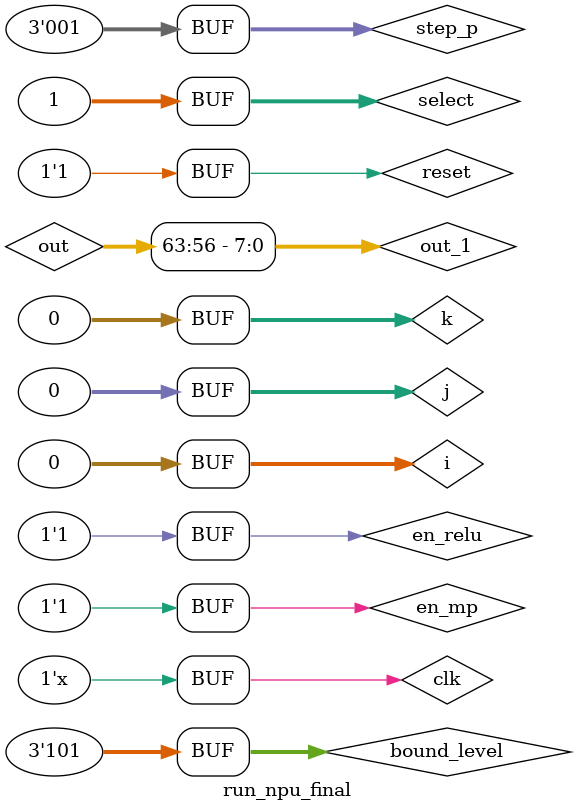
<source format=v>
`timescale 1ns / 1ps

module run_npu_final;

    parameter width = 80;
    parameter height = 8;

    parameter width_b = 7;
    parameter height_b = 3;

    parameter input_width = 128;
    parameter input_height = 128;

    parameter step0 = width - 9;
    parameter step1 = width - 18;
    parameter step2 = width - 27;
    parameter step3 = width - 36;
    parameter step4 = width - 45;
    parameter step5 = width - 54;


    reg [8-1:0] mat_in [0:128*128-1];
    reg signed [8-1:0] weight [0:8];
    reg signed [16-1:0] bias [0:8];
    reg [8-1:0] mat_out [0:128*128-1];


    reg [width_b-1:0]  write_w0;
    reg [height_b-1:0]  write_h0;
    reg [width_b*9-1:0] readi_w0;
    reg [height_b*9-1:0]  readi_h0;
    reg [8*9-1:0] data_in0;
    reg [8:0] en_in0, en_read0;
    reg en_bias0;
    reg [2:0] step00;
    reg en_pe0;


    wire [width_b-1:0]  write_w[1:5];
    wire [height_b-1:0]  write_h[1:5];
    wire [width_b*9-1:0] readi_w[1:5];
    wire [height_b*9-1:0]  readi_h[1:5];
    wire [8*9-1:0] data_in[1:5];
    wire [8:0] en_in[1:5], en_read[1:5];
    wire en_bias[1:5];
    wire [2:0] step[1:5];
    wire en_pe[1:5];

    reg [2:0] step_p, bound_level;
    reg en_relu, en_mp;
    reg clk, reset;

    wire [8*8-1:0] out;
    wire [7:0] out_en;

    reg [width_b-1:0] readi_w_each[0:8];
    reg [height_b-1:0] readi_h_each;

    npu_simple npu (write_w0, write_h0, data_in0, en_in0, readi_w0, readi_h0, en_read0, en_bias0, step00, en_pe0, bound_level, step_p,
                        en_relu, en_mp, 
                        out, out_en, clk, reset);

    always #5 clk <= ~clk;

    integer i=0, j=0, k=0, select=0;


    wire [7:0] out_1;
    assign out_1 = out[8*8-1-:8];

    always @(*) begin
        write_w0 = write_w[select+1];
        write_h0 = write_h[select+1];
        data_in0 = data_in[select+1];
        en_in0 = en_in[select+1];
        readi_w0 = readi_w[select+1];
        readi_h0 = readi_h[select+1];
        en_read0 = en_read[select+1];
        en_bias0 = en_bias[select+1];
        step00 = step[select+1];
        en_pe0 = en_pe[select+1];
    end


    initial
    begin
        clk <= 1;
        reset <= 0;
        en_relu <= 1;
        en_mp <= 1;
        bound_level <= 3'b011;
        #12
        reset <= 1;
        step_p <= 3'b000;

        #(9500-12);
        reset <= 0;
        bound_level <= 3'b101;
        #12
        reset <= 1;
        select <= 1;
        step_p <= 3'b001;


    end



    run_33 #( .input_width(28), .input_height(28), .write_delay(31), .read_delay(881), .save_delay(941),
        .input_file("C://MY/Vivado/UniNPU/UniNPU.srcs/data/NPU_Run_Data/Input/input_npu.txt"), 
        .weight_file("C://MY/Vivado/UniNPU/UniNPU.srcs/data/NPU_Run_Data/Input/l0 weight.txt"), 
        .bias_file ("C://MY/Vivado/UniNPU/UniNPU.srcs/data/NPU_Run_Data/Input/l0 bias.txt"), 
        .output_file0 ("C://MY/Vivado/UniNPU/UniNPU.srcs/data/NPU_Run_Data/Output/output_npu_l0c0.txt"), 
        .output_file1 ("C://MY/Vivado/UniNPU/UniNPU.srcs/data/NPU_Run_Data/Output/output_npu_l0c1.txt"), 
        .output_file2 ("C://MY/Vivado/UniNPU/UniNPU.srcs/data/NPU_Run_Data/Output/output_npu_l0c2.txt"), 
        .output_file3 ("C://MY/Vivado/UniNPU/UniNPU.srcs/data/NPU_Run_Data/Output/output_npu_l0c3.txt"),
        .output_file4 ("C://MY/Vivado/UniNPU/UniNPU.srcs/data/NPU_Run_Data/Output/output_npu_l0c4.txt"), 
        .output_file5 ("C://MY/Vivado/UniNPU/UniNPU.srcs/data/NPU_Run_Data/Output/output_npu_l0c5.txt"), 
        .output_file6 ("C://MY/Vivado/UniNPU/UniNPU.srcs/data/NPU_Run_Data/Output/output_npu_l0c6.txt"), 
        .output_file7 ("C://MY/Vivado/UniNPU/UniNPU.srcs/data/NPU_Run_Data/Output/output_npu_l0c7.txt"))
            layer0 (write_w[1], write_h[1], data_in[1], en_in[1], readi_w[1], readi_h[1], en_read[1], step[1], en_bias[1], en_pe[1], out, out_en, clk);


    run_44 #( .input_width(14), .input_height(14), .write_delay(31+9500), .read_delay(881+9500), .save_delay(951+9500),
        .input_file("C://MY/Vivado/UniNPU/UniNPU.srcs/data/NPU_Run_Data/Output/output_npu_l0c0.txt"), 
        .weight_file("C://MY/Vivado/UniNPU/UniNPU.srcs/data/NPU_Run_Data/Input/l2 weight.txt"), 
        .bias_file ("C://MY/Vivado/UniNPU/UniNPU.srcs/data/NPU_Run_Data/Input/l2 bias.txt"), 
        .output_file0 ("C://MY/Vivado/UniNPU/UniNPU.srcs/data/NPU_Run_Data/Output/output_npu_l2c00.txt"), 
        .output_file1 ("C://MY/Vivado/UniNPU/UniNPU.srcs/data/NPU_Run_Data/Output/output_npu_l2c01.txt"), 
        .output_file2 ("C://MY/Vivado/UniNPU/UniNPU.srcs/data/NPU_Run_Data/Output/output_npu_l2c02.txt"), 
        .output_file3 ("C://MY/Vivado/UniNPU/UniNPU.srcs/data/NPU_Run_Data/Output/output_npu_l2c03.txt"),
        .output_file4 ("C://MY/Vivado/UniNPU/UniNPU.srcs/data/NPU_Run_Data/Output/output_npu_l2c04.txt"), 
        .output_file5 ("C://MY/Vivado/UniNPU/UniNPU.srcs/data/NPU_Run_Data/Output/output_npu_l2c05.txt"), 
        .output_file6 ("C://MY/Vivado/UniNPU/UniNPU.srcs/data/NPU_Run_Data/Output/output_npu_l2c06.txt"), 
        .output_file7 ("C://MY/Vivado/UniNPU/UniNPU.srcs/data/NPU_Run_Data/Output/output_npu_l2c07.txt"))
            layer20 (write_w[2], write_h[2], data_in[2], en_in[2], readi_w[2], readi_h[2], en_read[2], step[2], en_bias[2], en_pe[2], out, out_en, clk);




endmodule
</source>
